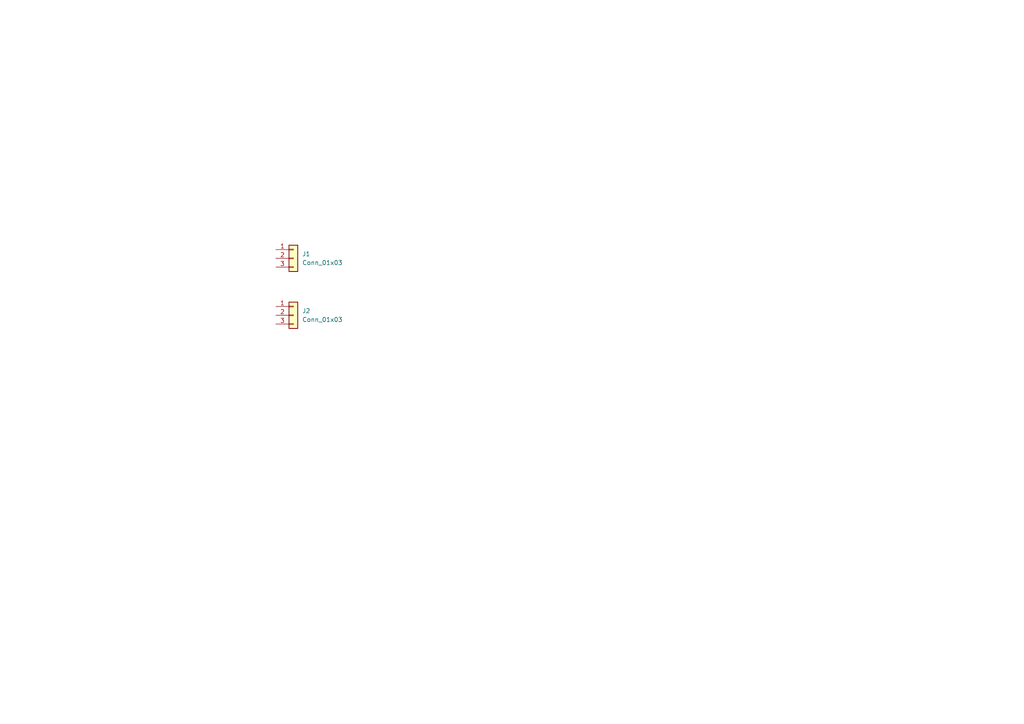
<source format=kicad_sch>
(kicad_sch (version 20231120) (generator "eeschema") (generator_version "8.0")
  (paper "A4")
  (lib_symbols
    (symbol "Connector_Generic:Conn_01x03" (pin_names (offset 1.016) hide)
      (property "Reference" "J" (at 0 5.08 0))
      (property "Value" "Conn_01x03" (at 0 -5.08 0))
      (symbol "Conn_01x03_1_1"
        (rectangle (start -1.27 -2.413) (end 0 -2.667) (stroke (width 0.1524)))
        (rectangle (start -1.27 0.127) (end 0 -0.127) (stroke (width 0.1524)))
        (rectangle (start -1.27 2.667) (end 0 2.413) (stroke (width 0.1524)))
        (rectangle (start -1.27 3.81) (end 1.27 -3.81) (stroke (width 0.254)) (fill (type background)))
        (pin passive line (at -5.08 2.54 0) (length 3.81) (name "Pin_1") (number "1"))
        (pin passive line (at -5.08 0 0) (length 3.81) (name "Pin_2") (number "2"))
        (pin passive line (at -5.08 -2.54 0) (length 3.81) (name "Pin_3") (number "3"))
      )
    )
  )
  (symbol (lib_id "Connector_Generic:Conn_01x03") (at 85.09 74.93 0) (unit 1)
    (property "Reference" "J1" (at 87.63 73.6599 0) (effects (justify left)))
    (property "Value" "Conn_01x03" (at 87.63 76.1999 0) (effects (justify left)))
    (property "Description" "Generic connector, single row, 01x03, script generated (kicad-library-utils/schlib/autogen/connector/)" (effects (hide yes)))
  )
  (symbol (lib_id "Connector_Generic:Conn_01x03") (at 85.09 91.44 0) (unit 1)
    (property "Reference" "J2" (at 87.63 90.1699 0) (effects (justify left)))
    (property "Value" "Conn_01x03" (at 87.63 92.7099 0) (effects (justify left)))
    (property "Description" "Generic connector, single row, 01x03, script generated (kicad-library-utils/schlib/autogen/connector/)" (effects (hide yes)))
  )
)
</source>
